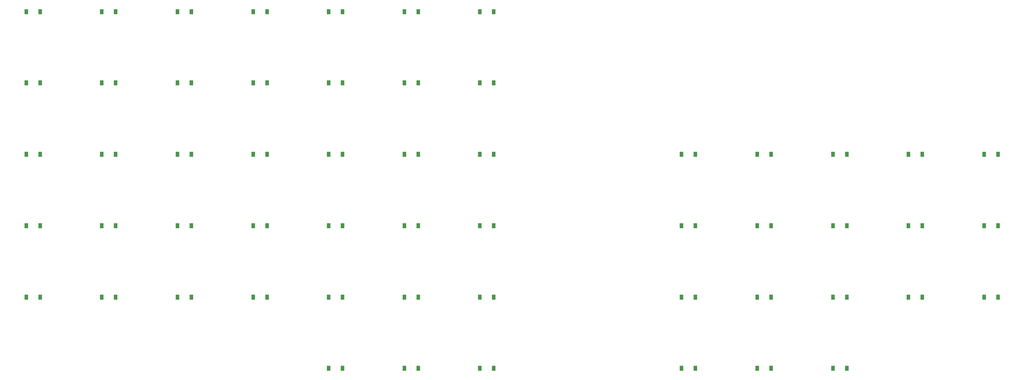
<source format=gbr>
%TF.GenerationSoftware,KiCad,Pcbnew,8.0.2*%
%TF.CreationDate,2024-06-03T01:18:46-04:00*%
%TF.ProjectId,unisplitchoc,756e6973-706c-4697-9463-686f632e6b69,v1.0.0*%
%TF.SameCoordinates,Original*%
%TF.FileFunction,Paste,Top*%
%TF.FilePolarity,Positive*%
%FSLAX46Y46*%
G04 Gerber Fmt 4.6, Leading zero omitted, Abs format (unit mm)*
G04 Created by KiCad (PCBNEW 8.0.2) date 2024-06-03 01:18:46*
%MOMM*%
%LPD*%
G01*
G04 APERTURE LIST*
%ADD10R,0.900000X1.200000*%
G04 APERTURE END LIST*
D10*
%TO.C,D52*%
X308350000Y-171000000D03*
X311650000Y-171000000D03*
%TD*%
%TO.C,D8*%
X116350000Y-154000000D03*
X119650000Y-154000000D03*
%TD*%
%TO.C,D20*%
X152350000Y-120000000D03*
X155650000Y-120000000D03*
%TD*%
%TO.C,D36*%
X206350000Y-154000000D03*
X209650000Y-154000000D03*
%TD*%
%TO.C,D16*%
X152350000Y-188000000D03*
X155650000Y-188000000D03*
%TD*%
%TO.C,D27*%
X188350000Y-205000000D03*
X191650000Y-205000000D03*
%TD*%
%TO.C,D49*%
X290350000Y-171000000D03*
X293650000Y-171000000D03*
%TD*%
%TO.C,D5*%
X98350000Y-120000000D03*
X101650000Y-120000000D03*
%TD*%
%TO.C,D21*%
X170350000Y-205000000D03*
X173650000Y-205000000D03*
%TD*%
%TO.C,D30*%
X188350000Y-154000000D03*
X191650000Y-154000000D03*
%TD*%
%TO.C,D45*%
X272350000Y-171000000D03*
X275650000Y-171000000D03*
%TD*%
%TO.C,D11*%
X134350000Y-188000000D03*
X137650000Y-188000000D03*
%TD*%
%TO.C,D18*%
X152350000Y-154000000D03*
X155650000Y-154000000D03*
%TD*%
%TO.C,D14*%
X134350000Y-137000000D03*
X137650000Y-137000000D03*
%TD*%
%TO.C,D17*%
X152350000Y-171000000D03*
X155650000Y-171000000D03*
%TD*%
%TO.C,D28*%
X188350000Y-188000000D03*
X191650000Y-188000000D03*
%TD*%
%TO.C,D19*%
X152350000Y-137000000D03*
X155650000Y-137000000D03*
%TD*%
%TO.C,D54*%
X326350000Y-188000000D03*
X329650000Y-188000000D03*
%TD*%
%TO.C,D39*%
X254350000Y-205000000D03*
X257650000Y-205000000D03*
%TD*%
%TO.C,D47*%
X290350000Y-205000000D03*
X293650000Y-205000000D03*
%TD*%
%TO.C,D26*%
X170350000Y-120000000D03*
X173650000Y-120000000D03*
%TD*%
%TO.C,D38*%
X206350000Y-120000000D03*
X209650000Y-120000000D03*
%TD*%
%TO.C,D24*%
X170350000Y-154000000D03*
X173650000Y-154000000D03*
%TD*%
%TO.C,D34*%
X206350000Y-188000000D03*
X209650000Y-188000000D03*
%TD*%
%TO.C,D51*%
X308350000Y-188000000D03*
X311650000Y-188000000D03*
%TD*%
%TO.C,D4*%
X98350000Y-137000000D03*
X101650000Y-137000000D03*
%TD*%
%TO.C,D31*%
X188350000Y-137000000D03*
X191650000Y-137000000D03*
%TD*%
%TO.C,D15*%
X134350000Y-120000000D03*
X137650000Y-120000000D03*
%TD*%
%TO.C,D13*%
X134350000Y-154000000D03*
X137650000Y-154000000D03*
%TD*%
%TO.C,D50*%
X290350000Y-154000000D03*
X293650000Y-154000000D03*
%TD*%
%TO.C,D33*%
X206350000Y-205000000D03*
X209650000Y-205000000D03*
%TD*%
%TO.C,D40*%
X254350000Y-188000000D03*
X257650000Y-188000000D03*
%TD*%
%TO.C,D9*%
X116350000Y-137000000D03*
X119650000Y-137000000D03*
%TD*%
%TO.C,D43*%
X272350000Y-205000000D03*
X275650000Y-205000000D03*
%TD*%
%TO.C,D32*%
X188350000Y-120000000D03*
X191650000Y-120000000D03*
%TD*%
%TO.C,D44*%
X272350000Y-188000000D03*
X275650000Y-188000000D03*
%TD*%
%TO.C,D42*%
X254350000Y-154000000D03*
X257650000Y-154000000D03*
%TD*%
%TO.C,D7*%
X116350000Y-171000000D03*
X119650000Y-171000000D03*
%TD*%
%TO.C,D25*%
X170350000Y-137000000D03*
X173650000Y-137000000D03*
%TD*%
%TO.C,D3*%
X98350000Y-154000000D03*
X101650000Y-154000000D03*
%TD*%
%TO.C,D23*%
X170350000Y-171000000D03*
X173650000Y-171000000D03*
%TD*%
%TO.C,D10*%
X116350000Y-120000000D03*
X119650000Y-120000000D03*
%TD*%
%TO.C,D2*%
X98350000Y-171000000D03*
X101650000Y-171000000D03*
%TD*%
%TO.C,D22*%
X170350000Y-188000000D03*
X173650000Y-188000000D03*
%TD*%
%TO.C,D6*%
X116350000Y-188000000D03*
X119650000Y-188000000D03*
%TD*%
%TO.C,D29*%
X188350000Y-171000000D03*
X191650000Y-171000000D03*
%TD*%
%TO.C,D41*%
X254350000Y-171000000D03*
X257650000Y-171000000D03*
%TD*%
%TO.C,D48*%
X290350000Y-188000000D03*
X293650000Y-188000000D03*
%TD*%
%TO.C,D1*%
X98350000Y-188000000D03*
X101650000Y-188000000D03*
%TD*%
%TO.C,D55*%
X326350000Y-171000000D03*
X329650000Y-171000000D03*
%TD*%
%TO.C,D46*%
X272350000Y-154000000D03*
X275650000Y-154000000D03*
%TD*%
%TO.C,D53*%
X308350000Y-154000000D03*
X311650000Y-154000000D03*
%TD*%
%TO.C,D37*%
X206350000Y-137000000D03*
X209650000Y-137000000D03*
%TD*%
%TO.C,D12*%
X134350000Y-171000000D03*
X137650000Y-171000000D03*
%TD*%
%TO.C,D35*%
X206350000Y-171000000D03*
X209650000Y-171000000D03*
%TD*%
%TO.C,D56*%
X326350000Y-154000000D03*
X329650000Y-154000000D03*
%TD*%
M02*

</source>
